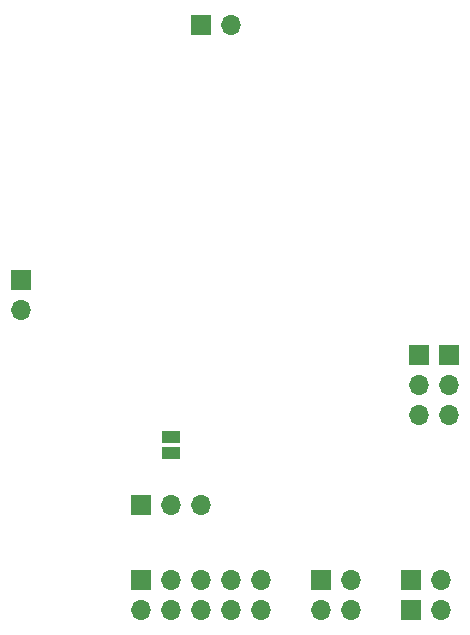
<source format=gbs>
G04 #@! TF.GenerationSoftware,KiCad,Pcbnew,6.0.4+dfsg-1+b1*
G04 #@! TF.CreationDate,2022-04-24T00:25:45+03:00*
G04 #@! TF.ProjectId,yatabaza-amp,79617461-6261-47a6-912d-616d702e6b69,rev?*
G04 #@! TF.SameCoordinates,Original*
G04 #@! TF.FileFunction,Soldermask,Bot*
G04 #@! TF.FilePolarity,Negative*
%FSLAX46Y46*%
G04 Gerber Fmt 4.6, Leading zero omitted, Abs format (unit mm)*
G04 Created by KiCad (PCBNEW 6.0.4+dfsg-1+b1) date 2022-04-24 00:25:45*
%MOMM*%
%LPD*%
G01*
G04 APERTURE LIST*
%ADD10R,1.700000X1.700000*%
%ADD11O,1.700000X1.700000*%
%ADD12R,1.500000X1.000000*%
G04 APERTURE END LIST*
D10*
X36195000Y-19685000D03*
D11*
X38735000Y-19685000D03*
D10*
X20955000Y-41275000D03*
D11*
X20955000Y-43815000D03*
D10*
X31115000Y-60325000D03*
D11*
X33655000Y-60325000D03*
X36195000Y-60325000D03*
D10*
X54610000Y-47625000D03*
D11*
X54610000Y-50165000D03*
X54610000Y-52705000D03*
D10*
X57150000Y-47625000D03*
D11*
X57150000Y-50165000D03*
X57150000Y-52705000D03*
D10*
X31115000Y-66675000D03*
D11*
X31115000Y-69215000D03*
X33655000Y-66675000D03*
X33655000Y-69215000D03*
X36195000Y-66675000D03*
X36195000Y-69215000D03*
X38735000Y-66675000D03*
X38735000Y-69215000D03*
X41275000Y-66675000D03*
X41275000Y-69215000D03*
D10*
X46355000Y-66675000D03*
D11*
X46355000Y-69215000D03*
X48895000Y-66675000D03*
X48895000Y-69215000D03*
D12*
X33655000Y-55895000D03*
X33655000Y-54595000D03*
D10*
X53975000Y-69215000D03*
D11*
X56515000Y-69215000D03*
D10*
X53975000Y-66675000D03*
D11*
X56515000Y-66675000D03*
M02*

</source>
